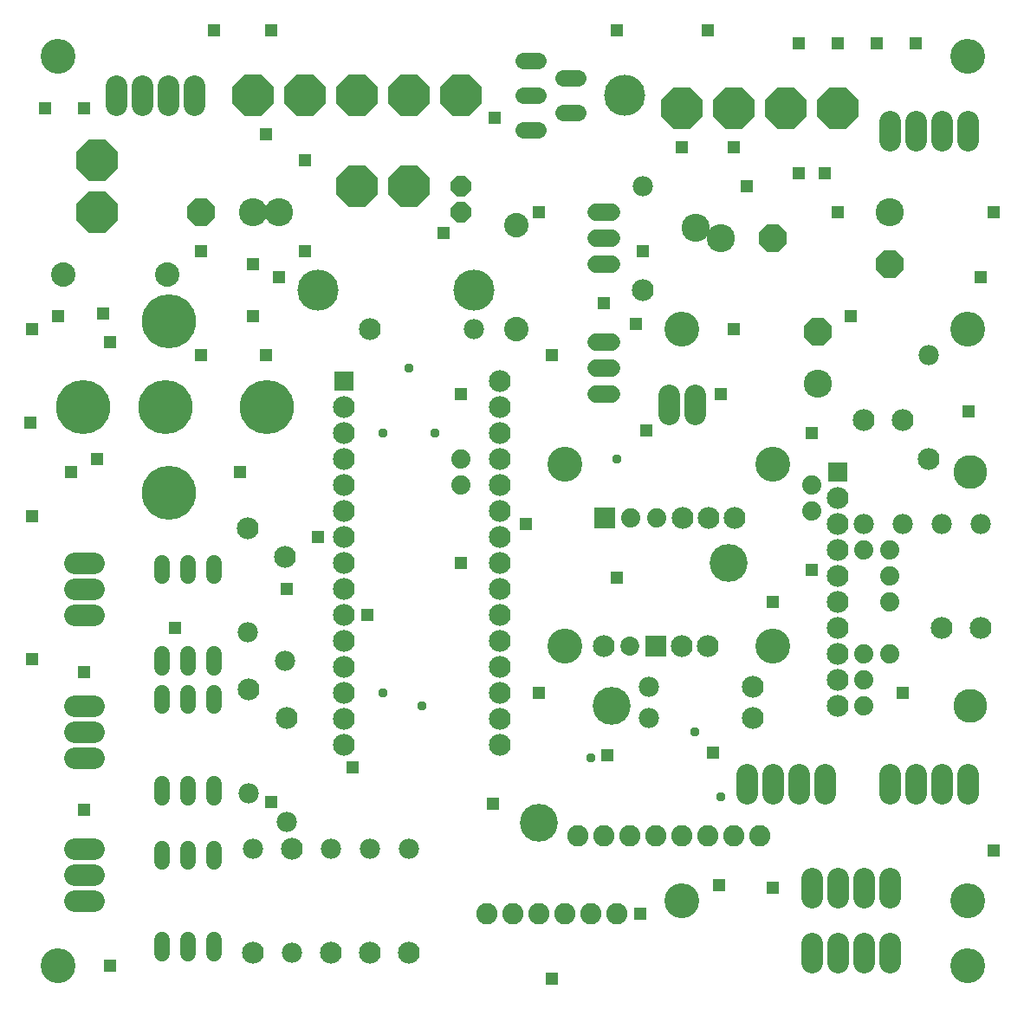
<source format=gbs>
G04 EAGLE Gerber RS-274X export*
G75*
%MOMM*%
%FSLAX34Y34*%
%LPD*%
%INSoldermask Bottom*%
%IPPOS*%
%AMOC8*
5,1,8,0,0,1.08239X$1,22.5*%
G01*
%ADD10C,3.403200*%
%ADD11C,3.703200*%
%ADD12C,1.981200*%
%ADD13C,2.133600*%
%ADD14R,1.981200X1.981200*%
%ADD15C,3.303200*%
%ADD16P,4.343848X8X22.500000*%
%ADD17C,2.082800*%
%ADD18C,5.283200*%
%ADD19C,1.524000*%
%ADD20C,2.387600*%
%ADD21C,4.013200*%
%ADD22C,1.727200*%
%ADD23P,2.144431X8X292.500000*%
%ADD24C,1.879600*%
%ADD25C,2.743200*%
%ADD26P,2.969212X8X112.500000*%
%ADD27P,2.969212X8X292.500000*%
%ADD28P,2.969212X8X22.500000*%
%ADD29P,2.969212X8X202.500000*%
%ADD30C,2.082800*%
%ADD31C,3.403600*%
%ADD32R,2.133600X2.133600*%
%ADD33C,1.854200*%
%ADD34C,1.611200*%
%ADD35R,1.209600X1.209600*%
%ADD36C,0.959600*%


D10*
X63500Y50800D03*
X952500Y50800D03*
X63500Y939800D03*
X952500Y939800D03*
D11*
X533400Y190500D03*
D12*
X406400Y165100D03*
D13*
X406400Y63500D03*
D12*
X368300Y165100D03*
D13*
X368300Y63500D03*
D12*
X287020Y191770D03*
D13*
X287020Y293370D03*
D14*
X825500Y533400D03*
D13*
X825500Y508000D03*
X825500Y482600D03*
X825500Y457200D03*
X825500Y431800D03*
X825500Y406400D03*
X825500Y381000D03*
X825500Y355600D03*
X825500Y330200D03*
X825500Y304800D03*
D15*
X955040Y533400D03*
X955040Y304800D03*
D12*
X850900Y482600D03*
D13*
X850900Y584200D03*
D12*
X889000Y482600D03*
D13*
X889000Y584200D03*
D16*
X774700Y889000D03*
D17*
X952500Y876808D02*
X952500Y858012D01*
X927100Y858012D02*
X927100Y876808D01*
X901700Y876808D02*
X901700Y858012D01*
X876300Y858012D02*
X876300Y876808D01*
D16*
X723900Y889000D03*
D12*
X330200Y165100D03*
D13*
X330200Y63500D03*
D14*
X342900Y622300D03*
D13*
X342900Y596900D03*
X342900Y571500D03*
X342900Y546100D03*
X342900Y520700D03*
X342900Y495300D03*
X342900Y469900D03*
X342900Y444500D03*
X342900Y419100D03*
X342900Y393700D03*
X342900Y368300D03*
X342900Y342900D03*
X495300Y622300D03*
X495300Y596900D03*
X495300Y571500D03*
X495300Y546100D03*
X495300Y520700D03*
X495300Y495300D03*
X495300Y444500D03*
X495300Y419100D03*
X495300Y368300D03*
X495300Y342900D03*
X495300Y393700D03*
X495300Y469900D03*
X342900Y317500D03*
X342900Y292100D03*
X342900Y266700D03*
X495300Y317500D03*
X495300Y292100D03*
X495300Y266700D03*
D12*
X292100Y63500D03*
D13*
X292100Y165100D03*
D12*
X914400Y647700D03*
D13*
X914400Y546100D03*
D12*
X965200Y482600D03*
D13*
X965200Y381000D03*
D12*
X927100Y482600D03*
D13*
X927100Y381000D03*
D12*
X285750Y349250D03*
D13*
X285750Y450850D03*
D18*
X267300Y596900D03*
X88300Y596900D03*
X168300Y596900D03*
X172300Y680900D03*
X172300Y512900D03*
D19*
X215900Y318008D02*
X215900Y304800D01*
X190500Y304800D02*
X190500Y318008D01*
X190500Y228600D02*
X190500Y215392D01*
X215900Y215392D02*
X215900Y228600D01*
X165100Y304800D02*
X165100Y318008D01*
X165100Y228600D02*
X165100Y215392D01*
X215900Y431800D02*
X215900Y445008D01*
X190500Y445008D02*
X190500Y431800D01*
X190500Y355600D02*
X190500Y342392D01*
X215900Y342392D02*
X215900Y355600D01*
X165100Y431800D02*
X165100Y445008D01*
X165100Y355600D02*
X165100Y342392D01*
D12*
X248920Y377190D03*
D13*
X248920Y478790D03*
D12*
X250190Y219710D03*
D13*
X250190Y321310D03*
D20*
X170180Y726440D03*
X68580Y726440D03*
D17*
X685800Y608838D02*
X685800Y590042D01*
X660400Y590042D02*
X660400Y608838D01*
D20*
X511810Y774700D03*
X511810Y673100D03*
D21*
X469900Y711200D03*
X317500Y711200D03*
D16*
X825500Y889000D03*
X101600Y838200D03*
X304800Y901700D03*
X254000Y901700D03*
X101600Y787400D03*
D12*
X641350Y323850D03*
D13*
X742950Y323850D03*
D12*
X641350Y293370D03*
D13*
X742950Y293370D03*
D22*
X604520Y787400D02*
X589280Y787400D01*
X589280Y762000D02*
X604520Y762000D01*
X604520Y736600D02*
X589280Y736600D01*
X589280Y660400D02*
X604520Y660400D01*
X604520Y635000D02*
X589280Y635000D01*
X589280Y609600D02*
X604520Y609600D01*
D23*
X457200Y812800D03*
X457200Y787400D03*
D12*
X635000Y812800D03*
D13*
X635000Y711200D03*
D24*
X457200Y546100D03*
X457200Y520700D03*
X800100Y495300D03*
X800100Y520700D03*
X850900Y457200D03*
X876300Y457200D03*
X876300Y406400D03*
X876300Y431800D03*
X850900Y355600D03*
X876300Y355600D03*
X850900Y330200D03*
X850900Y304800D03*
D25*
X806450Y619760D03*
D26*
X806450Y670560D03*
D25*
X876300Y787400D03*
D27*
X876300Y736600D03*
D25*
X711200Y762000D03*
D28*
X762000Y762000D03*
D17*
X876300Y72898D02*
X876300Y54102D01*
X850900Y54102D02*
X850900Y72898D01*
X825500Y72898D02*
X825500Y54102D01*
X800100Y54102D02*
X800100Y72898D01*
D25*
X254000Y787400D03*
D29*
X203200Y787400D03*
D16*
X355600Y901700D03*
D17*
X876300Y237998D02*
X876300Y219202D01*
X901700Y219202D02*
X901700Y237998D01*
X927100Y237998D02*
X927100Y219202D01*
X952500Y219202D02*
X952500Y237998D01*
D19*
X215900Y165608D02*
X215900Y152400D01*
X190500Y152400D02*
X190500Y165608D01*
X190500Y76200D02*
X190500Y62992D01*
X215900Y62992D02*
X215900Y76200D01*
X165100Y152400D02*
X165100Y165608D01*
X165100Y76200D02*
X165100Y62992D01*
D12*
X254000Y165100D03*
D13*
X254000Y63500D03*
D17*
X98298Y114300D02*
X79502Y114300D01*
X79502Y139700D02*
X98298Y139700D01*
X98298Y165100D02*
X79502Y165100D01*
X79502Y254000D02*
X98298Y254000D01*
X98298Y279400D02*
X79502Y279400D01*
X79502Y304800D02*
X98298Y304800D01*
X98298Y393700D02*
X79502Y393700D01*
X79502Y419100D02*
X98298Y419100D01*
X98298Y444500D02*
X79502Y444500D01*
D12*
X469900Y673100D03*
D13*
X368300Y673100D03*
D30*
X609600Y101600D03*
X584200Y101600D03*
X558800Y101600D03*
X533400Y101600D03*
X508000Y101600D03*
X482600Y101600D03*
D10*
X673100Y114300D03*
X952500Y114300D03*
X952500Y673100D03*
X673100Y673100D03*
D17*
X196850Y892302D02*
X196850Y911098D01*
X171450Y911098D02*
X171450Y892302D01*
X146050Y892302D02*
X146050Y911098D01*
X120650Y911098D02*
X120650Y892302D01*
D31*
X762000Y363220D03*
X558800Y363220D03*
X558800Y541020D03*
X762000Y541020D03*
D13*
X596900Y363220D03*
D32*
X647700Y363220D03*
D13*
X673100Y363220D03*
X698500Y363220D03*
D33*
X622300Y363220D03*
D17*
X736600Y237998D02*
X736600Y219202D01*
X762000Y219202D02*
X762000Y237998D01*
X787400Y237998D02*
X787400Y219202D01*
X812800Y219202D02*
X812800Y237998D01*
D13*
X725170Y488950D03*
X699770Y488950D03*
X674370Y488950D03*
D32*
X598170Y488950D03*
D11*
X718820Y444500D03*
X604520Y304800D03*
D24*
X648970Y488950D03*
X623570Y488950D03*
D25*
X279400Y787400D03*
X687070Y772160D03*
D17*
X876300Y136398D02*
X876300Y117602D01*
X850900Y117602D02*
X850900Y136398D01*
X825500Y136398D02*
X825500Y117602D01*
X800100Y117602D02*
X800100Y136398D01*
D30*
X571500Y177800D03*
X596900Y177800D03*
X622300Y177800D03*
X647700Y177800D03*
X673100Y177800D03*
X698500Y177800D03*
X723900Y177800D03*
X749300Y177800D03*
D16*
X406400Y901700D03*
D34*
X557560Y918700D02*
X571640Y918700D01*
X571640Y884700D02*
X557560Y884700D01*
X532640Y935700D02*
X518560Y935700D01*
X518560Y901700D02*
X532640Y901700D01*
X532640Y867700D02*
X518560Y867700D01*
D16*
X457200Y901700D03*
X673100Y889000D03*
D21*
X617220Y901700D03*
D16*
X355600Y812800D03*
X406400Y812800D03*
D35*
X215900Y965200D03*
X88900Y889000D03*
X440690Y767080D03*
X609600Y965200D03*
X977900Y787400D03*
X490220Y880110D03*
X901700Y952500D03*
X351790Y245110D03*
X825500Y787400D03*
X965200Y723900D03*
X635000Y749300D03*
X628650Y678180D03*
X596900Y698500D03*
X546100Y647700D03*
X287020Y419100D03*
X317500Y469900D03*
X533400Y787400D03*
X673100Y850900D03*
X736600Y812800D03*
X723900Y850900D03*
X787400Y825500D03*
X38100Y673100D03*
X38100Y490220D03*
X88900Y203200D03*
X953770Y593090D03*
X546100Y38100D03*
X488950Y209550D03*
X800100Y571500D03*
X703580Y259080D03*
X50800Y889000D03*
X271780Y965200D03*
X203200Y749300D03*
X203200Y647700D03*
X241300Y533400D03*
X36830Y581660D03*
X88900Y337820D03*
X177800Y381000D03*
X711200Y609600D03*
X825500Y952500D03*
X457200Y444500D03*
X457200Y609600D03*
X863600Y952500D03*
X812800Y825500D03*
X638810Y574040D03*
X723900Y673100D03*
X977900Y163830D03*
X709930Y129540D03*
X800100Y438150D03*
X114300Y50800D03*
X533400Y317500D03*
X838200Y685800D03*
X609600Y430530D03*
X520700Y482600D03*
X889000Y317500D03*
X632460Y101600D03*
X38100Y350520D03*
X787400Y952500D03*
X762000Y127000D03*
X271780Y210820D03*
X600710Y256540D03*
X762000Y406400D03*
X698500Y965200D03*
X365760Y393700D03*
D36*
X609600Y546100D03*
X381000Y571500D03*
X685800Y279400D03*
X431800Y571500D03*
D35*
X266700Y863600D03*
X304800Y838200D03*
X279400Y723900D03*
X304800Y749300D03*
X266700Y647700D03*
X254000Y736600D03*
X254000Y685800D03*
D36*
X711200Y215900D03*
X419100Y304800D03*
D35*
X107950Y688340D03*
X63500Y685800D03*
X101600Y546100D03*
X114300Y660400D03*
X76200Y533400D03*
D36*
X381000Y317500D03*
X584200Y254000D03*
X406400Y635000D03*
M02*

</source>
